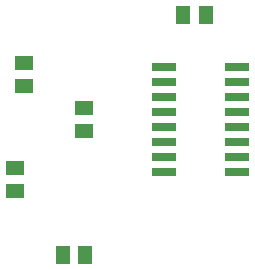
<source format=gbr>
G04 EAGLE Gerber RS-274X export*
G75*
%MOMM*%
%FSLAX34Y34*%
%LPD*%
%INSolderpaste Bottom*%
%IPPOS*%
%AMOC8*
5,1,8,0,0,1.08239X$1,22.5*%
G01*
%ADD10R,1.500000X1.300000*%
%ADD11R,1.300000X1.500000*%
%ADD12R,2.032000X0.660400*%


D10*
X326600Y593700D03*
X326600Y574700D03*
D11*
X461800Y635000D03*
X480800Y635000D03*
D10*
X377400Y555600D03*
X377400Y536600D03*
D11*
X378800Y431800D03*
X359800Y431800D03*
D10*
X319300Y504800D03*
X319300Y485800D03*
D12*
X445566Y501650D03*
X507034Y501650D03*
X445566Y514350D03*
X445566Y527050D03*
X507034Y514350D03*
X507034Y527050D03*
X445566Y539750D03*
X507034Y539750D03*
X445566Y552450D03*
X507034Y552450D03*
X445566Y565150D03*
X445566Y577850D03*
X507034Y565150D03*
X507034Y577850D03*
X445566Y590550D03*
X507034Y590550D03*
M02*

</source>
